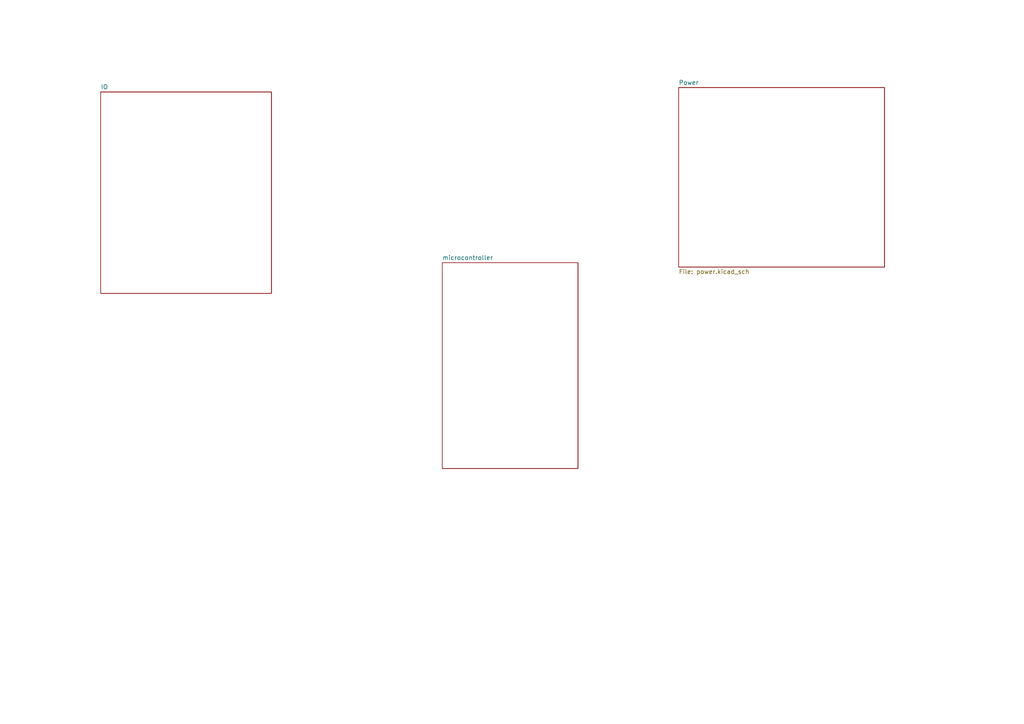
<source format=kicad_sch>
(kicad_sch
	(version 20231120)
	(generator "eeschema")
	(generator_version "8.0")
	(uuid "bcf9fb60-e414-400a-9196-04dfee4544ea")
	(paper "A4")
	(lib_symbols)
	(sheet
		(at 29.21 26.67)
		(size 49.53 58.42)
		(fields_autoplaced yes)
		(stroke
			(width 0.1524)
			(type solid)
		)
		(fill
			(color 0 0 0 0.0000)
		)
		(uuid "75d33bdd-0855-41a8-b2f0-993bdc0e6aea")
		(property "Sheetname" "IO"
			(at 29.21 25.9584 0)
			(effects
				(font
					(size 1.27 1.27)
				)
				(justify left bottom)
			)
		)
		(property "Sheetfile" "IO.kicad_sch"
			(at 29.21 85.6746 0)
			(effects
				(font
					(size 1.27 1.27)
				)
				(justify left top)
				(hide yes)
			)
		)
		(instances
			(project "kit-intermidiate"
				(path "/bcf9fb60-e414-400a-9196-04dfee4544ea"
					(page "3")
				)
			)
		)
	)
	(sheet
		(at 196.85 25.4)
		(size 59.69 52.07)
		(fields_autoplaced yes)
		(stroke
			(width 0.1524)
			(type solid)
		)
		(fill
			(color 0 0 0 0.0000)
		)
		(uuid "e528530d-9cfe-4ff7-b37c-eb73843863ef")
		(property "Sheetname" "Power"
			(at 196.85 24.6884 0)
			(effects
				(font
					(size 1.27 1.27)
				)
				(justify left bottom)
			)
		)
		(property "Sheetfile" "power.kicad_sch"
			(at 196.85 78.0546 0)
			(effects
				(font
					(size 1.27 1.27)
				)
				(justify left top)
			)
		)
		(instances
			(project "kit-intermidiate"
				(path "/bcf9fb60-e414-400a-9196-04dfee4544ea"
					(page "4")
				)
			)
		)
	)
	(sheet
		(at 128.27 76.2)
		(size 39.37 59.69)
		(fields_autoplaced yes)
		(stroke
			(width 0.1524)
			(type solid)
		)
		(fill
			(color 0 0 0 0.0000)
		)
		(uuid "f6e564d9-56da-4482-a769-74a9ef5dbf46")
		(property "Sheetname" "microcontroller"
			(at 128.27 75.4884 0)
			(effects
				(font
					(size 1.27 1.27)
				)
				(justify left bottom)
			)
		)
		(property "Sheetfile" "u-controller.kicad_sch"
			(at 128.27 136.4746 0)
			(effects
				(font
					(size 1.27 1.27)
				)
				(justify left top)
				(hide yes)
			)
		)
		(instances
			(project "kit-intermidiate"
				(path "/bcf9fb60-e414-400a-9196-04dfee4544ea"
					(page "2")
				)
			)
		)
	)
	(sheet_instances
		(path "/"
			(page "1")
		)
	)
)

</source>
